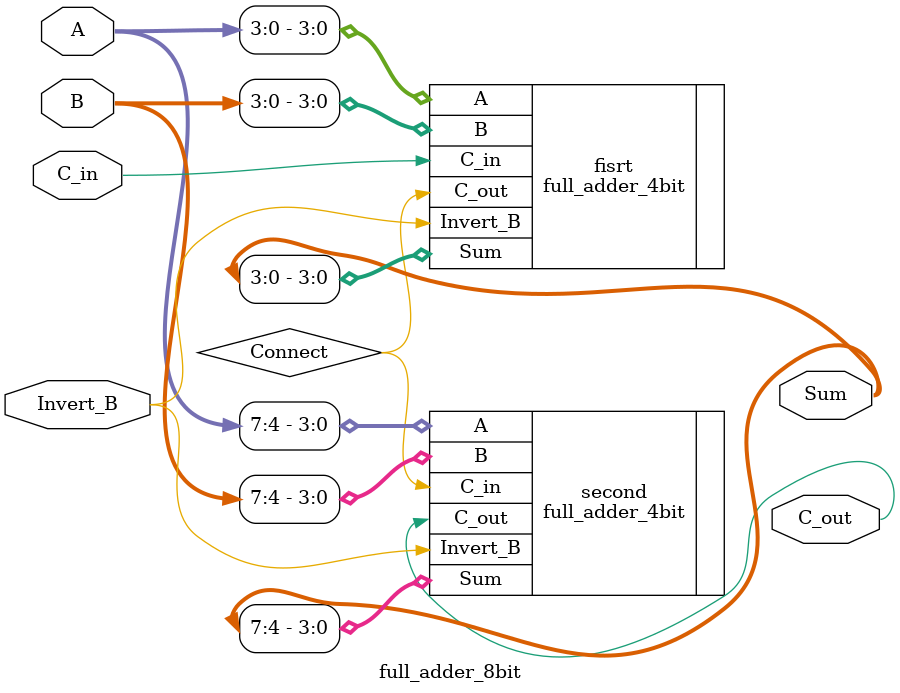
<source format=sv>
module full_adder_8bit(
		input  logic [7:0] A, B,
		input  logic Invert_B, C_in,        
		output logic [7:0] Sum,
		output logic C_out
);
wire logic Connect;
full_adder_4bit   fisrt (.A(A[3:0]), .B(B[3:0]), .Invert_B(Invert_B), .C_in(C_in),    .Sum(Sum[3:0]), .C_out(Connect) );
full_adder_4bit   second(.A(A[7:4]), .B(B[7:4]), .Invert_B(Invert_B), .C_in(Connect), .Sum(Sum[7:4]), .C_out(C_out) );

endmodule





</source>
